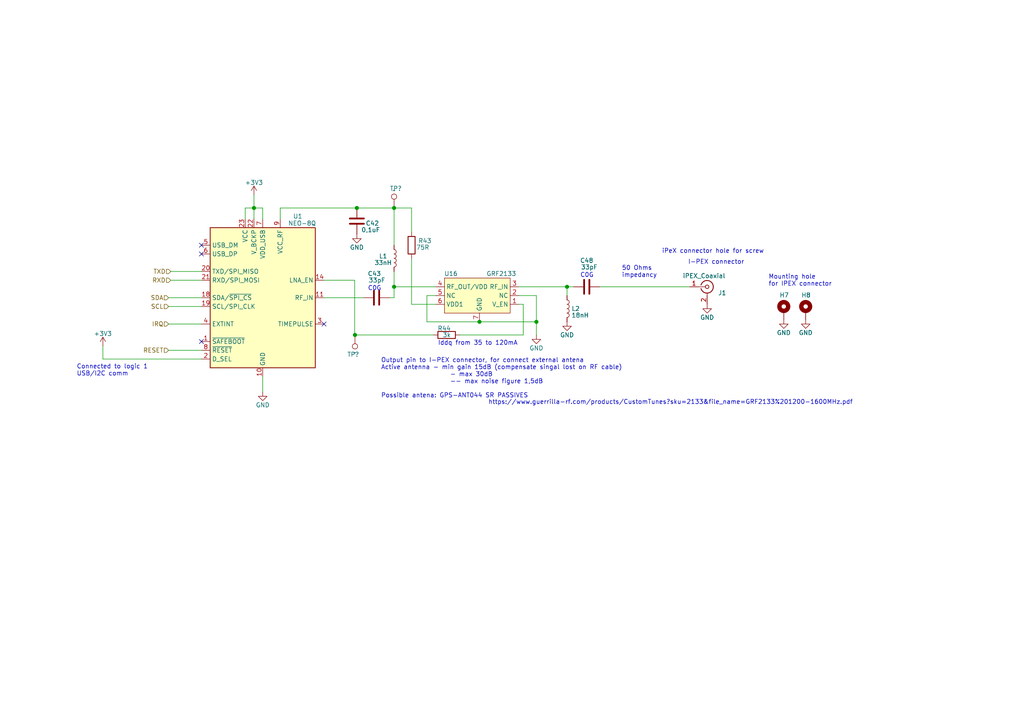
<source format=kicad_sch>
(kicad_sch (version 20211123) (generator eeschema)

  (uuid 8b38e713-2ae3-4571-a0a2-528b1d1f5431)

  (paper "A4")

  (lib_symbols
    (symbol "Connector:Conn_Coaxial" (pin_names (offset 1.016) hide) (in_bom yes) (on_board yes)
      (property "Reference" "J" (id 0) (at 0.254 3.048 0)
        (effects (font (size 1.27 1.27)))
      )
      (property "Value" "Conn_Coaxial" (id 1) (at 2.921 0 90)
        (effects (font (size 1.27 1.27)))
      )
      (property "Footprint" "" (id 2) (at 0 0 0)
        (effects (font (size 1.27 1.27)) hide)
      )
      (property "Datasheet" " ~" (id 3) (at 0 0 0)
        (effects (font (size 1.27 1.27)) hide)
      )
      (property "ki_keywords" "BNC SMA SMB SMC LEMO coaxial connector CINCH RCA" (id 4) (at 0 0 0)
        (effects (font (size 1.27 1.27)) hide)
      )
      (property "ki_description" "coaxial connector (BNC, SMA, SMB, SMC, Cinch/RCA, LEMO, ...)" (id 5) (at 0 0 0)
        (effects (font (size 1.27 1.27)) hide)
      )
      (property "ki_fp_filters" "*BNC* *SMA* *SMB* *SMC* *Cinch* *LEMO*" (id 6) (at 0 0 0)
        (effects (font (size 1.27 1.27)) hide)
      )
      (symbol "Conn_Coaxial_0_1"
        (arc (start -1.778 -0.508) (mid 0.222 -1.808) (end 1.778 0)
          (stroke (width 0.254) (type default) (color 0 0 0 0))
          (fill (type none))
        )
        (polyline
          (pts
            (xy -2.54 0)
            (xy -0.508 0)
          )
          (stroke (width 0) (type default) (color 0 0 0 0))
          (fill (type none))
        )
        (polyline
          (pts
            (xy 0 -2.54)
            (xy 0 -1.778)
          )
          (stroke (width 0) (type default) (color 0 0 0 0))
          (fill (type none))
        )
        (circle (center 0 0) (radius 0.508)
          (stroke (width 0.2032) (type default) (color 0 0 0 0))
          (fill (type none))
        )
        (arc (start 1.778 0) (mid 0.2221 1.8083) (end -1.778 0.508)
          (stroke (width 0.254) (type default) (color 0 0 0 0))
          (fill (type none))
        )
      )
      (symbol "Conn_Coaxial_1_1"
        (pin passive line (at -5.08 0 0) (length 2.54)
          (name "In" (effects (font (size 1.27 1.27))))
          (number "1" (effects (font (size 1.27 1.27))))
        )
        (pin passive line (at 0 -5.08 90) (length 2.54)
          (name "Ext" (effects (font (size 1.27 1.27))))
          (number "2" (effects (font (size 1.27 1.27))))
        )
      )
    )
    (symbol "Connector:TestPoint" (pin_numbers hide) (pin_names (offset 0.762) hide) (in_bom yes) (on_board yes)
      (property "Reference" "TP" (id 0) (at 0 6.858 0)
        (effects (font (size 1.27 1.27)))
      )
      (property "Value" "TestPoint" (id 1) (at 0 5.08 0)
        (effects (font (size 1.27 1.27)))
      )
      (property "Footprint" "" (id 2) (at 5.08 0 0)
        (effects (font (size 1.27 1.27)) hide)
      )
      (property "Datasheet" "~" (id 3) (at 5.08 0 0)
        (effects (font (size 1.27 1.27)) hide)
      )
      (property "ki_keywords" "test point tp" (id 4) (at 0 0 0)
        (effects (font (size 1.27 1.27)) hide)
      )
      (property "ki_description" "test point" (id 5) (at 0 0 0)
        (effects (font (size 1.27 1.27)) hide)
      )
      (property "ki_fp_filters" "Pin* Test*" (id 6) (at 0 0 0)
        (effects (font (size 1.27 1.27)) hide)
      )
      (symbol "TestPoint_0_1"
        (circle (center 0 3.302) (radius 0.762)
          (stroke (width 0) (type default) (color 0 0 0 0))
          (fill (type none))
        )
      )
      (symbol "TestPoint_1_1"
        (pin passive line (at 0 0 90) (length 2.54)
          (name "1" (effects (font (size 1.27 1.27))))
          (number "1" (effects (font (size 1.27 1.27))))
        )
      )
    )
    (symbol "Device:C" (pin_numbers hide) (pin_names (offset 0.254)) (in_bom yes) (on_board yes)
      (property "Reference" "C" (id 0) (at 0.635 2.54 0)
        (effects (font (size 1.27 1.27)) (justify left))
      )
      (property "Value" "C" (id 1) (at 0.635 -2.54 0)
        (effects (font (size 1.27 1.27)) (justify left))
      )
      (property "Footprint" "" (id 2) (at 0.9652 -3.81 0)
        (effects (font (size 1.27 1.27)) hide)
      )
      (property "Datasheet" "~" (id 3) (at 0 0 0)
        (effects (font (size 1.27 1.27)) hide)
      )
      (property "ki_keywords" "cap capacitor" (id 4) (at 0 0 0)
        (effects (font (size 1.27 1.27)) hide)
      )
      (property "ki_description" "Unpolarized capacitor" (id 5) (at 0 0 0)
        (effects (font (size 1.27 1.27)) hide)
      )
      (property "ki_fp_filters" "C_*" (id 6) (at 0 0 0)
        (effects (font (size 1.27 1.27)) hide)
      )
      (symbol "C_0_1"
        (polyline
          (pts
            (xy -2.032 -0.762)
            (xy 2.032 -0.762)
          )
          (stroke (width 0.508) (type default) (color 0 0 0 0))
          (fill (type none))
        )
        (polyline
          (pts
            (xy -2.032 0.762)
            (xy 2.032 0.762)
          )
          (stroke (width 0.508) (type default) (color 0 0 0 0))
          (fill (type none))
        )
      )
      (symbol "C_1_1"
        (pin passive line (at 0 3.81 270) (length 2.794)
          (name "~" (effects (font (size 1.27 1.27))))
          (number "1" (effects (font (size 1.27 1.27))))
        )
        (pin passive line (at 0 -3.81 90) (length 2.794)
          (name "~" (effects (font (size 1.27 1.27))))
          (number "2" (effects (font (size 1.27 1.27))))
        )
      )
    )
    (symbol "Device:L" (pin_numbers hide) (pin_names (offset 1.016) hide) (in_bom yes) (on_board yes)
      (property "Reference" "L" (id 0) (at -1.27 0 90)
        (effects (font (size 1.27 1.27)))
      )
      (property "Value" "L" (id 1) (at 1.905 0 90)
        (effects (font (size 1.27 1.27)))
      )
      (property "Footprint" "" (id 2) (at 0 0 0)
        (effects (font (size 1.27 1.27)) hide)
      )
      (property "Datasheet" "~" (id 3) (at 0 0 0)
        (effects (font (size 1.27 1.27)) hide)
      )
      (property "ki_keywords" "inductor choke coil reactor magnetic" (id 4) (at 0 0 0)
        (effects (font (size 1.27 1.27)) hide)
      )
      (property "ki_description" "Inductor" (id 5) (at 0 0 0)
        (effects (font (size 1.27 1.27)) hide)
      )
      (property "ki_fp_filters" "Choke_* *Coil* Inductor_* L_*" (id 6) (at 0 0 0)
        (effects (font (size 1.27 1.27)) hide)
      )
      (symbol "L_0_1"
        (arc (start 0 -2.54) (mid 0.635 -1.905) (end 0 -1.27)
          (stroke (width 0) (type default) (color 0 0 0 0))
          (fill (type none))
        )
        (arc (start 0 -1.27) (mid 0.635 -0.635) (end 0 0)
          (stroke (width 0) (type default) (color 0 0 0 0))
          (fill (type none))
        )
        (arc (start 0 0) (mid 0.635 0.635) (end 0 1.27)
          (stroke (width 0) (type default) (color 0 0 0 0))
          (fill (type none))
        )
        (arc (start 0 1.27) (mid 0.635 1.905) (end 0 2.54)
          (stroke (width 0) (type default) (color 0 0 0 0))
          (fill (type none))
        )
      )
      (symbol "L_1_1"
        (pin passive line (at 0 3.81 270) (length 1.27)
          (name "1" (effects (font (size 1.27 1.27))))
          (number "1" (effects (font (size 1.27 1.27))))
        )
        (pin passive line (at 0 -3.81 90) (length 1.27)
          (name "2" (effects (font (size 1.27 1.27))))
          (number "2" (effects (font (size 1.27 1.27))))
        )
      )
    )
    (symbol "Device:R" (pin_numbers hide) (pin_names (offset 0)) (in_bom yes) (on_board yes)
      (property "Reference" "R" (id 0) (at 2.032 0 90)
        (effects (font (size 1.27 1.27)))
      )
      (property "Value" "R" (id 1) (at 0 0 90)
        (effects (font (size 1.27 1.27)))
      )
      (property "Footprint" "" (id 2) (at -1.778 0 90)
        (effects (font (size 1.27 1.27)) hide)
      )
      (property "Datasheet" "~" (id 3) (at 0 0 0)
        (effects (font (size 1.27 1.27)) hide)
      )
      (property "ki_keywords" "R res resistor" (id 4) (at 0 0 0)
        (effects (font (size 1.27 1.27)) hide)
      )
      (property "ki_description" "Resistor" (id 5) (at 0 0 0)
        (effects (font (size 1.27 1.27)) hide)
      )
      (property "ki_fp_filters" "R_*" (id 6) (at 0 0 0)
        (effects (font (size 1.27 1.27)) hide)
      )
      (symbol "R_0_1"
        (rectangle (start -1.016 -2.54) (end 1.016 2.54)
          (stroke (width 0.254) (type default) (color 0 0 0 0))
          (fill (type none))
        )
      )
      (symbol "R_1_1"
        (pin passive line (at 0 3.81 270) (length 1.27)
          (name "~" (effects (font (size 1.27 1.27))))
          (number "1" (effects (font (size 1.27 1.27))))
        )
        (pin passive line (at 0 -3.81 90) (length 1.27)
          (name "~" (effects (font (size 1.27 1.27))))
          (number "2" (effects (font (size 1.27 1.27))))
        )
      )
    )
    (symbol "Mechanical:MountingHole_Pad" (pin_numbers hide) (pin_names (offset 1.016) hide) (in_bom yes) (on_board yes)
      (property "Reference" "H" (id 0) (at 0 6.35 0)
        (effects (font (size 1.27 1.27)))
      )
      (property "Value" "MountingHole_Pad" (id 1) (at 0 4.445 0)
        (effects (font (size 1.27 1.27)))
      )
      (property "Footprint" "" (id 2) (at 0 0 0)
        (effects (font (size 1.27 1.27)) hide)
      )
      (property "Datasheet" "~" (id 3) (at 0 0 0)
        (effects (font (size 1.27 1.27)) hide)
      )
      (property "ki_keywords" "mounting hole" (id 4) (at 0 0 0)
        (effects (font (size 1.27 1.27)) hide)
      )
      (property "ki_description" "Mounting Hole with connection" (id 5) (at 0 0 0)
        (effects (font (size 1.27 1.27)) hide)
      )
      (property "ki_fp_filters" "MountingHole*Pad*" (id 6) (at 0 0 0)
        (effects (font (size 1.27 1.27)) hide)
      )
      (symbol "MountingHole_Pad_0_1"
        (circle (center 0 1.27) (radius 1.27)
          (stroke (width 1.27) (type default) (color 0 0 0 0))
          (fill (type none))
        )
      )
      (symbol "MountingHole_Pad_1_1"
        (pin input line (at 0 -2.54 90) (length 2.54)
          (name "1" (effects (font (size 1.27 1.27))))
          (number "1" (effects (font (size 1.27 1.27))))
        )
      )
    )
    (symbol "RF_GPS:NEO-8Q" (in_bom yes) (on_board yes)
      (property "Reference" "U" (id 0) (at -13.97 21.59 0)
        (effects (font (size 1.27 1.27)))
      )
      (property "Value" "NEO-8Q" (id 1) (at 11.43 21.59 0)
        (effects (font (size 1.27 1.27)))
      )
      (property "Footprint" "RF_GPS:ublox_NEO" (id 2) (at 10.16 -21.59 0)
        (effects (font (size 1.27 1.27)) hide)
      )
      (property "Datasheet" "https://www.u-blox.com/sites/default/files/NEO-8Q_DataSheet_%28UBX-15031913%29.pdf" (id 3) (at 0 0 0)
        (effects (font (size 1.27 1.27)) hide)
      )
      (property "ki_keywords" "ublox GPS GNSS module" (id 4) (at 0 0 0)
        (effects (font (size 1.27 1.27)) hide)
      )
      (property "ki_description" "GNSS Module NEO 8, VCC 1.65V to 3.6V" (id 5) (at 0 0 0)
        (effects (font (size 1.27 1.27)) hide)
      )
      (property "ki_fp_filters" "ublox*NEO*" (id 6) (at 0 0 0)
        (effects (font (size 1.27 1.27)) hide)
      )
      (symbol "NEO-8Q_0_1"
        (rectangle (start -15.24 20.32) (end 15.24 -20.32)
          (stroke (width 0.254) (type default) (color 0 0 0 0))
          (fill (type background))
        )
      )
      (symbol "NEO-8Q_1_1"
        (pin input line (at -17.78 -12.7 0) (length 2.54)
          (name "~{SAFEBOOT}" (effects (font (size 1.27 1.27))))
          (number "1" (effects (font (size 1.27 1.27))))
        )
        (pin power_in line (at 0 -22.86 90) (length 2.54)
          (name "GND" (effects (font (size 1.27 1.27))))
          (number "10" (effects (font (size 1.27 1.27))))
        )
        (pin input line (at 17.78 0 180) (length 2.54)
          (name "RF_IN" (effects (font (size 1.27 1.27))))
          (number "11" (effects (font (size 1.27 1.27))))
        )
        (pin passive line (at 0 -22.86 90) (length 2.54) hide
          (name "GND" (effects (font (size 1.27 1.27))))
          (number "12" (effects (font (size 1.27 1.27))))
        )
        (pin passive line (at 0 -22.86 90) (length 2.54) hide
          (name "GND" (effects (font (size 1.27 1.27))))
          (number "13" (effects (font (size 1.27 1.27))))
        )
        (pin output line (at 17.78 5.08 180) (length 2.54)
          (name "LNA_EN" (effects (font (size 1.27 1.27))))
          (number "14" (effects (font (size 1.27 1.27))))
        )
        (pin no_connect line (at 15.24 -10.16 180) (length 2.54) hide
          (name "RESERVED" (effects (font (size 1.27 1.27))))
          (number "15" (effects (font (size 1.27 1.27))))
        )
        (pin no_connect line (at 15.24 -12.7 180) (length 2.54) hide
          (name "RESERVED" (effects (font (size 1.27 1.27))))
          (number "16" (effects (font (size 1.27 1.27))))
        )
        (pin no_connect line (at 15.24 -15.24 180) (length 2.54) hide
          (name "RESERVED" (effects (font (size 1.27 1.27))))
          (number "17" (effects (font (size 1.27 1.27))))
        )
        (pin bidirectional line (at -17.78 0 0) (length 2.54)
          (name "SDA/~{SPI_CS}" (effects (font (size 1.27 1.27))))
          (number "18" (effects (font (size 1.27 1.27))))
        )
        (pin input line (at -17.78 -2.54 0) (length 2.54)
          (name "SCL/SPI_CLK" (effects (font (size 1.27 1.27))))
          (number "19" (effects (font (size 1.27 1.27))))
        )
        (pin input line (at -17.78 -17.78 0) (length 2.54)
          (name "D_SEL" (effects (font (size 1.27 1.27))))
          (number "2" (effects (font (size 1.27 1.27))))
        )
        (pin output line (at -17.78 7.62 0) (length 2.54)
          (name "TXD/SPI_MISO" (effects (font (size 1.27 1.27))))
          (number "20" (effects (font (size 1.27 1.27))))
        )
        (pin input line (at -17.78 5.08 0) (length 2.54)
          (name "RXD/SPI_MOSI" (effects (font (size 1.27 1.27))))
          (number "21" (effects (font (size 1.27 1.27))))
        )
        (pin power_in line (at -2.54 22.86 270) (length 2.54)
          (name "V_BCKP" (effects (font (size 1.27 1.27))))
          (number "22" (effects (font (size 1.27 1.27))))
        )
        (pin power_in line (at -5.08 22.86 270) (length 2.54)
          (name "VCC" (effects (font (size 1.27 1.27))))
          (number "23" (effects (font (size 1.27 1.27))))
        )
        (pin passive line (at 0 -22.86 90) (length 2.54) hide
          (name "GND" (effects (font (size 1.27 1.27))))
          (number "24" (effects (font (size 1.27 1.27))))
        )
        (pin output line (at 17.78 -7.62 180) (length 2.54)
          (name "TIMEPULSE" (effects (font (size 1.27 1.27))))
          (number "3" (effects (font (size 1.27 1.27))))
        )
        (pin input line (at -17.78 -7.62 0) (length 2.54)
          (name "EXTINT" (effects (font (size 1.27 1.27))))
          (number "4" (effects (font (size 1.27 1.27))))
        )
        (pin bidirectional line (at -17.78 15.24 0) (length 2.54)
          (name "USB_DM" (effects (font (size 1.27 1.27))))
          (number "5" (effects (font (size 1.27 1.27))))
        )
        (pin bidirectional line (at -17.78 12.7 0) (length 2.54)
          (name "USB_DP" (effects (font (size 1.27 1.27))))
          (number "6" (effects (font (size 1.27 1.27))))
        )
        (pin power_in line (at 0 22.86 270) (length 2.54)
          (name "VDD_USB" (effects (font (size 1.27 1.27))))
          (number "7" (effects (font (size 1.27 1.27))))
        )
        (pin input line (at -17.78 -15.24 0) (length 2.54)
          (name "~{RESET}" (effects (font (size 1.27 1.27))))
          (number "8" (effects (font (size 1.27 1.27))))
        )
        (pin power_out line (at 5.08 22.86 270) (length 2.54)
          (name "VCC_RF" (effects (font (size 1.27 1.27))))
          (number "9" (effects (font (size 1.27 1.27))))
        )
      )
    )
    (symbol "comm:GRF2133" (in_bom yes) (on_board yes)
      (property "Reference" "U" (id 0) (at 0 2.54 0)
        (effects (font (size 1.27 1.27)))
      )
      (property "Value" "GRF2133" (id 1) (at 0 0 0)
        (effects (font (size 1.27 1.27)))
      )
      (property "Footprint" "" (id 2) (at -5.08 1.27 0)
        (effects (font (size 1.27 1.27)) hide)
      )
      (property "Datasheet" "" (id 3) (at -5.08 1.27 0)
        (effects (font (size 1.27 1.27)) hide)
      )
      (symbol "GRF2133_0_1"
        (rectangle (start -10.16 -1.27) (end 8.89 -11.43)
          (stroke (width 0.1524) (type default) (color 0 0 0 0))
          (fill (type background))
        )
      )
      (symbol "GRF2133_1_1"
        (pin input line (at 11.43 -8.89 180) (length 2.54)
          (name "V_EN" (effects (font (size 1.27 1.27))))
          (number "1" (effects (font (size 1.27 1.27))))
        )
        (pin input line (at 11.43 -6.35 180) (length 2.54)
          (name "NC" (effects (font (size 1.27 1.27))))
          (number "2" (effects (font (size 1.27 1.27))))
        )
        (pin input line (at 11.43 -3.81 180) (length 2.54)
          (name "RF_IN" (effects (font (size 1.27 1.27))))
          (number "3" (effects (font (size 1.27 1.27))))
        )
        (pin input line (at -12.7 -3.81 0) (length 2.54)
          (name "RF_OUT/VDD" (effects (font (size 1.27 1.27))))
          (number "4" (effects (font (size 1.27 1.27))))
        )
        (pin input line (at -12.7 -6.35 0) (length 2.54)
          (name "NC" (effects (font (size 1.27 1.27))))
          (number "5" (effects (font (size 1.27 1.27))))
        )
        (pin input line (at -12.7 -8.89 0) (length 2.54)
          (name "VDD1" (effects (font (size 1.27 1.27))))
          (number "6" (effects (font (size 1.27 1.27))))
        )
        (pin input line (at 0 -13.97 90) (length 2.54)
          (name "GND" (effects (font (size 1.27 1.27))))
          (number "7" (effects (font (size 1.27 1.27))))
        )
      )
    )
    (symbol "power:+3V3" (power) (pin_names (offset 0)) (in_bom yes) (on_board yes)
      (property "Reference" "#PWR" (id 0) (at 0 -3.81 0)
        (effects (font (size 1.27 1.27)) hide)
      )
      (property "Value" "+3V3" (id 1) (at 0 3.556 0)
        (effects (font (size 1.27 1.27)))
      )
      (property "Footprint" "" (id 2) (at 0 0 0)
        (effects (font (size 1.27 1.27)) hide)
      )
      (property "Datasheet" "" (id 3) (at 0 0 0)
        (effects (font (size 1.27 1.27)) hide)
      )
      (property "ki_keywords" "power-flag" (id 4) (at 0 0 0)
        (effects (font (size 1.27 1.27)) hide)
      )
      (property "ki_description" "Power symbol creates a global label with name \"+3V3\"" (id 5) (at 0 0 0)
        (effects (font (size 1.27 1.27)) hide)
      )
      (symbol "+3V3_0_1"
        (polyline
          (pts
            (xy -0.762 1.27)
            (xy 0 2.54)
          )
          (stroke (width 0) (type default) (color 0 0 0 0))
          (fill (type none))
        )
        (polyline
          (pts
            (xy 0 0)
            (xy 0 2.54)
          )
          (stroke (width 0) (type default) (color 0 0 0 0))
          (fill (type none))
        )
        (polyline
          (pts
            (xy 0 2.54)
            (xy 0.762 1.27)
          )
          (stroke (width 0) (type default) (color 0 0 0 0))
          (fill (type none))
        )
      )
      (symbol "+3V3_1_1"
        (pin power_in line (at 0 0 90) (length 0) hide
          (name "+3V3" (effects (font (size 1.27 1.27))))
          (number "1" (effects (font (size 1.27 1.27))))
        )
      )
    )
    (symbol "power:GND" (power) (pin_names (offset 0)) (in_bom yes) (on_board yes)
      (property "Reference" "#PWR" (id 0) (at 0 -6.35 0)
        (effects (font (size 1.27 1.27)) hide)
      )
      (property "Value" "GND" (id 1) (at 0 -3.81 0)
        (effects (font (size 1.27 1.27)))
      )
      (property "Footprint" "" (id 2) (at 0 0 0)
        (effects (font (size 1.27 1.27)) hide)
      )
      (property "Datasheet" "" (id 3) (at 0 0 0)
        (effects (font (size 1.27 1.27)) hide)
      )
      (property "ki_keywords" "power-flag" (id 4) (at 0 0 0)
        (effects (font (size 1.27 1.27)) hide)
      )
      (property "ki_description" "Power symbol creates a global label with name \"GND\" , ground" (id 5) (at 0 0 0)
        (effects (font (size 1.27 1.27)) hide)
      )
      (symbol "GND_0_1"
        (polyline
          (pts
            (xy 0 0)
            (xy 0 -1.27)
            (xy 1.27 -1.27)
            (xy 0 -2.54)
            (xy -1.27 -1.27)
            (xy 0 -1.27)
          )
          (stroke (width 0) (type default) (color 0 0 0 0))
          (fill (type none))
        )
      )
      (symbol "GND_1_1"
        (pin power_in line (at 0 0 270) (length 0) hide
          (name "GND" (effects (font (size 1.27 1.27))))
          (number "1" (effects (font (size 1.27 1.27))))
        )
      )
    )
  )

  (junction (at 155.575 93.345) (diameter 1.016) (color 0 0 0 0)
    (uuid 0520f61d-4522-4301-a3fa-8ed0bf060f69)
  )
  (junction (at 103.505 60.325) (diameter 1.016) (color 0 0 0 0)
    (uuid 143ed874-a01f-4ced-ba4e-bbb66ddd1f70)
  )
  (junction (at 139.065 93.345) (diameter 1.016) (color 0 0 0 0)
    (uuid 411d4270-c66c-4318-b7fb-1470d34862b8)
  )
  (junction (at 102.9601 97.155) (diameter 1.016) (color 0 0 0 0)
    (uuid 71f92193-19b0-44ed-bc7f-77535083d769)
  )
  (junction (at 114.3 60.325) (diameter 1.016) (color 0 0 0 0)
    (uuid 795e68e2-c9ba-45cf-9bff-89b8fae05b5a)
  )
  (junction (at 114.3 83.185) (diameter 1.016) (color 0 0 0 0)
    (uuid 8fcec304-c6b1-4655-8326-beacd0476953)
  )
  (junction (at 164.465 83.185) (diameter 1.016) (color 0 0 0 0)
    (uuid c8b92953-cd23-44e6-85ce-083fb8c3f20f)
  )
  (junction (at 73.66 60.325) (diameter 1.016) (color 0 0 0 0)
    (uuid fd3499d5-6fd2-49a4-bdb0-109cee899fde)
  )

  (no_connect (at 58.42 99.06) (uuid 4009b76d-4e12-41c2-8abc-3c909f129ef1))
  (no_connect (at 93.98 93.98) (uuid 640c81af-5b52-4930-825d-dea52c971932))
  (no_connect (at 58.42 71.12) (uuid 85201180-d2ed-4b0d-81b0-9e79da370ca6))
  (no_connect (at 58.42 73.66) (uuid 85201180-d2ed-4b0d-81b0-9e79da370ca7))

  (wire (pts (xy 150.495 83.185) (xy 164.465 83.185))
    (stroke (width 0) (type solid) (color 0 0 0 0))
    (uuid 01be50a9-1c3a-4f58-b3cc-a877c48e9664)
  )
  (wire (pts (xy 164.465 83.185) (xy 164.465 85.725))
    (stroke (width 0) (type solid) (color 0 0 0 0))
    (uuid 01be50a9-1c3a-4f58-b3cc-a877c48e9665)
  )
  (wire (pts (xy 29.845 100.33) (xy 29.845 104.14))
    (stroke (width 0) (type solid) (color 0 0 0 0))
    (uuid 09e322ad-5f43-4b76-8f66-ce95369f2a6e)
  )
  (wire (pts (xy 48.895 101.6) (xy 58.42 101.6))
    (stroke (width 0) (type solid) (color 0 0 0 0))
    (uuid 0d1c9ec4-0f70-4131-a0ee-a4f1f87d74f6)
  )
  (wire (pts (xy 76.2 109.22) (xy 76.2 113.665))
    (stroke (width 0) (type solid) (color 0 0 0 0))
    (uuid 109800b1-b5e0-4743-8d22-e246de803e33)
  )
  (wire (pts (xy 119.38 74.93) (xy 119.38 88.265))
    (stroke (width 0) (type solid) (color 0 0 0 0))
    (uuid 1767bbb8-fc31-4c9d-9912-9e04fa030345)
  )
  (wire (pts (xy 119.38 67.31) (xy 119.38 60.325))
    (stroke (width 0) (type solid) (color 0 0 0 0))
    (uuid 257e144c-abfa-4265-94a8-588250914cf1)
  )
  (wire (pts (xy 126.365 85.725) (xy 123.825 85.725))
    (stroke (width 0) (type solid) (color 0 0 0 0))
    (uuid 27abbe3a-0c28-45c9-a944-7532695fb377)
  )
  (wire (pts (xy 93.98 86.36) (xy 105.41 86.36))
    (stroke (width 0) (type solid) (color 0 0 0 0))
    (uuid 31c7be3c-5051-449e-ac03-f8e8d9bce0e4)
  )
  (wire (pts (xy 102.87 97.155) (xy 102.9601 97.155))
    (stroke (width 0) (type solid) (color 0 0 0 0))
    (uuid 3784599c-c4b1-4b8d-af53-1e1ff580c87c)
  )
  (wire (pts (xy 102.9601 97.155) (xy 125.73 97.155))
    (stroke (width 0) (type solid) (color 0 0 0 0))
    (uuid 3784599c-c4b1-4b8d-af53-1e1ff580c87d)
  )
  (wire (pts (xy 48.895 88.9) (xy 58.42 88.9))
    (stroke (width 0) (type solid) (color 0 0 0 0))
    (uuid 4084926f-4258-4973-ad0e-0c5c93e18a30)
  )
  (wire (pts (xy 114.3 78.74) (xy 114.3 83.185))
    (stroke (width 0) (type solid) (color 0 0 0 0))
    (uuid 4746896d-066b-40b2-8f53-52e34fb2a171)
  )
  (wire (pts (xy 48.895 86.36) (xy 58.42 86.36))
    (stroke (width 0) (type solid) (color 0 0 0 0))
    (uuid 5251a5b4-b539-4b4e-b018-161b8beafed2)
  )
  (wire (pts (xy 123.825 85.725) (xy 123.825 93.345))
    (stroke (width 0) (type solid) (color 0 0 0 0))
    (uuid 5d983481-0c8c-4bbb-b76b-26a71bf74766)
  )
  (wire (pts (xy 123.825 93.345) (xy 139.065 93.345))
    (stroke (width 0) (type solid) (color 0 0 0 0))
    (uuid 5d983481-0c8c-4bbb-b76b-26a71bf74767)
  )
  (wire (pts (xy 139.065 93.345) (xy 155.575 93.345))
    (stroke (width 0) (type solid) (color 0 0 0 0))
    (uuid 5d983481-0c8c-4bbb-b76b-26a71bf74768)
  )
  (wire (pts (xy 173.99 83.185) (xy 200.025 83.185))
    (stroke (width 0) (type solid) (color 0 0 0 0))
    (uuid 62c67aba-53d3-47a5-9e95-9ec6c9bd78e8)
  )
  (wire (pts (xy 114.3 60.325) (xy 114.3 71.12))
    (stroke (width 0) (type solid) (color 0 0 0 0))
    (uuid 8573afa9-ec3e-44a5-b84b-5883f3cdbf79)
  )
  (wire (pts (xy 48.895 93.98) (xy 58.42 93.98))
    (stroke (width 0) (type solid) (color 0 0 0 0))
    (uuid 8858a9fe-8549-4ef9-88bb-49db4bff91ef)
  )
  (wire (pts (xy 29.845 104.14) (xy 58.42 104.14))
    (stroke (width 0) (type solid) (color 0 0 0 0))
    (uuid 8b91a71a-a3ba-4252-b2f5-9f4031caa8c6)
  )
  (wire (pts (xy 164.465 83.185) (xy 166.37 83.185))
    (stroke (width 0) (type solid) (color 0 0 0 0))
    (uuid 91757bfe-b2bf-4bbd-8dd3-9be1d9fa33f6)
  )
  (wire (pts (xy 133.35 97.155) (xy 151.765 97.155))
    (stroke (width 0) (type solid) (color 0 0 0 0))
    (uuid 9627691b-ef9d-4979-b816-86baf4bc8a68)
  )
  (wire (pts (xy 113.03 86.36) (xy 114.3 86.36))
    (stroke (width 0) (type solid) (color 0 0 0 0))
    (uuid 9e37724f-2172-4f41-9df5-c1cdbf10847a)
  )
  (wire (pts (xy 114.3 83.185) (xy 126.365 83.185))
    (stroke (width 0) (type solid) (color 0 0 0 0))
    (uuid 9e37724f-2172-4f41-9df5-c1cdbf10847b)
  )
  (wire (pts (xy 114.3 86.36) (xy 114.3 83.185))
    (stroke (width 0) (type solid) (color 0 0 0 0))
    (uuid 9e37724f-2172-4f41-9df5-c1cdbf10847c)
  )
  (wire (pts (xy 76.2 60.325) (xy 73.66 60.325))
    (stroke (width 0) (type solid) (color 0 0 0 0))
    (uuid a02bd23e-7b47-4517-b433-4fae3ea5cf01)
  )
  (wire (pts (xy 76.2 63.5) (xy 76.2 60.325))
    (stroke (width 0) (type solid) (color 0 0 0 0))
    (uuid a02bd23e-7b47-4517-b433-4fae3ea5cf02)
  )
  (wire (pts (xy 93.98 81.28) (xy 102.87 81.28))
    (stroke (width 0) (type solid) (color 0 0 0 0))
    (uuid a68ab12f-21ab-4b98-8655-04c3a521afcb)
  )
  (wire (pts (xy 102.87 81.28) (xy 102.87 97.155))
    (stroke (width 0) (type solid) (color 0 0 0 0))
    (uuid a68ab12f-21ab-4b98-8655-04c3a521afcc)
  )
  (wire (pts (xy 73.66 56.515) (xy 73.66 60.325))
    (stroke (width 0) (type solid) (color 0 0 0 0))
    (uuid abc7dc28-f731-46e5-a7aa-6dd6f932bdf5)
  )
  (wire (pts (xy 150.495 85.725) (xy 155.575 85.725))
    (stroke (width 0) (type solid) (color 0 0 0 0))
    (uuid ac64c30b-286e-44ae-9150-827dae77a52f)
  )
  (wire (pts (xy 155.575 85.725) (xy 155.575 93.345))
    (stroke (width 0) (type solid) (color 0 0 0 0))
    (uuid ac64c30b-286e-44ae-9150-827dae77a530)
  )
  (wire (pts (xy 155.575 93.345) (xy 155.575 97.155))
    (stroke (width 0) (type solid) (color 0 0 0 0))
    (uuid ac64c30b-286e-44ae-9150-827dae77a531)
  )
  (wire (pts (xy 49.53 81.28) (xy 58.42 81.28))
    (stroke (width 0) (type solid) (color 0 0 0 0))
    (uuid ba04f105-0e60-4ac9-bff5-6cb4b45bffa4)
  )
  (wire (pts (xy 150.495 88.265) (xy 151.765 88.265))
    (stroke (width 0) (type solid) (color 0 0 0 0))
    (uuid ba4fc2a8-2822-4df7-a7ea-e7ad6dd111f8)
  )
  (wire (pts (xy 151.765 88.265) (xy 151.765 97.155))
    (stroke (width 0) (type solid) (color 0 0 0 0))
    (uuid ba4fc2a8-2822-4df7-a7ea-e7ad6dd111f9)
  )
  (wire (pts (xy 73.66 60.325) (xy 73.66 63.5))
    (stroke (width 0) (type solid) (color 0 0 0 0))
    (uuid bbf7da76-e33f-43b1-9a67-7043aa182473)
  )
  (wire (pts (xy 49.53 78.74) (xy 58.42 78.74))
    (stroke (width 0) (type solid) (color 0 0 0 0))
    (uuid c9b79fc2-7829-436d-bcdd-8c484f9f29bb)
  )
  (wire (pts (xy 119.38 88.265) (xy 126.365 88.265))
    (stroke (width 0) (type solid) (color 0 0 0 0))
    (uuid cf8f39ac-6300-4a6f-9d7a-9535d28f4f59)
  )
  (wire (pts (xy 81.28 60.325) (xy 103.505 60.325))
    (stroke (width 0) (type solid) (color 0 0 0 0))
    (uuid f20eeacf-abb7-434a-a24f-b7aac6ea2903)
  )
  (wire (pts (xy 81.28 63.5) (xy 81.28 60.325))
    (stroke (width 0) (type solid) (color 0 0 0 0))
    (uuid f20eeacf-abb7-434a-a24f-b7aac6ea2904)
  )
  (wire (pts (xy 103.505 60.325) (xy 114.3 60.325))
    (stroke (width 0) (type solid) (color 0 0 0 0))
    (uuid f20eeacf-abb7-434a-a24f-b7aac6ea2905)
  )
  (wire (pts (xy 114.3 60.325) (xy 119.38 60.325))
    (stroke (width 0) (type solid) (color 0 0 0 0))
    (uuid f20eeacf-abb7-434a-a24f-b7aac6ea2906)
  )
  (wire (pts (xy 71.12 60.325) (xy 73.66 60.325))
    (stroke (width 0) (type solid) (color 0 0 0 0))
    (uuid fccd4a8f-3137-4bb9-8889-b2aa4118e340)
  )
  (wire (pts (xy 71.12 63.5) (xy 71.12 60.325))
    (stroke (width 0) (type solid) (color 0 0 0 0))
    (uuid fccd4a8f-3137-4bb9-8889-b2aa4118e341)
  )

  (text "C0G" (at 168.275 80.645 0)
    (effects (font (size 1.27 1.27)) (justify left bottom))
    (uuid 1c9d9621-d4fa-4f02-9cc1-7cdc463d54a9)
  )
  (text "C0G" (at 106.68 84.455 0)
    (effects (font (size 1.27 1.27)) (justify left bottom))
    (uuid 67889be4-7baf-49df-bff8-2abd4cf5c75e)
  )
  (text "50 Ohms\nimpedancy\n" (at 180.34 80.645 0)
    (effects (font (size 1.27 1.27)) (justify left bottom))
    (uuid 861e6205-addf-4fa2-831f-5de3069d0f43)
  )
  (text "Mounting hole\nfor IPEX connector\n" (at 222.885 83.185 0)
    (effects (font (size 1.27 1.27)) (justify left bottom))
    (uuid 94399230-ca90-4edf-a489-dc91f0601eb1)
  )
  (text "Iddq from 35 to 120mA" (at 127 100.33 0)
    (effects (font (size 1.27 1.27)) (justify left bottom))
    (uuid a085bfcb-e4e0-4cb6-9424-1b40a095a96a)
  )
  (text "I-PEX connector\n" (at 215.9 76.835 180)
    (effects (font (size 1.27 1.27)) (justify right bottom))
    (uuid a5e6a0c1-6542-486e-95ed-3b8d5ede2b07)
  )
  (text "Output pin to I-PEX connector, for connect external antena\nActive antenna - min gain 15dB (compensate singal lost on RF cable)\n				- max 30dB\n				-- max noise figure 1,5dB\n\nPossible antena: GPS-ANT044 SR PASSIVES\n"
    (at 110.49 115.57 0)
    (effects (font (size 1.27 1.27)) (justify left bottom))
    (uuid b3c80aaa-750a-42e8-8e77-42bbb6cef22c)
  )
  (text "https://www.guerrilla-rf.com/products/CustomTunes?sku=2133&file_name=GRF2133%201200-1600MHz.pdf"
    (at 141.605 117.475 0)
    (effects (font (size 1.27 1.27)) (justify left bottom))
    (uuid c1db7845-d2a2-4cae-8064-07df05a18d2b)
  )
  (text "iPeX connector hole for screw\n" (at 221.615 73.66 180)
    (effects (font (size 1.27 1.27)) (justify right bottom))
    (uuid c3180c14-d933-43a4-a189-4f33bcc287c2)
  )
  (text "Connected to logic 1 \nUSB/I2C comm\n" (at 22.225 109.22 0)
    (effects (font (size 1.27 1.27)) (justify left bottom))
    (uuid cdf36631-0b51-4d27-94ca-d6a112c60208)
  )

  (hierarchical_label "SCL" (shape input) (at 48.895 88.9 180)
    (effects (font (size 1.27 1.27)) (justify right))
    (uuid 0038fc9c-adb7-480f-a3b0-d335966c7de8)
  )
  (hierarchical_label "SDA" (shape input) (at 48.895 86.36 180)
    (effects (font (size 1.27 1.27)) (justify right))
    (uuid 28288a5a-c749-4593-bff9-9b21e95e73dd)
  )
  (hierarchical_label "TXD" (shape input) (at 49.53 78.74 180)
    (effects (font (size 1.27 1.27)) (justify right))
    (uuid 77325409-927e-4816-8b14-d0d27926febb)
  )
  (hierarchical_label "IRQ" (shape input) (at 48.895 93.98 180)
    (effects (font (size 1.27 1.27)) (justify right))
    (uuid 9e5a965b-eb8a-46fb-8cc3-3c71df006882)
  )
  (hierarchical_label "RESET" (shape input) (at 48.895 101.6 180)
    (effects (font (size 1.27 1.27)) (justify right))
    (uuid c6baae81-9c26-4ac1-9a81-4d33222cc3bf)
  )
  (hierarchical_label "RXD" (shape input) (at 49.53 81.28 180)
    (effects (font (size 1.27 1.27)) (justify right))
    (uuid f59b0ec7-475f-495d-84b5-c74c61d7d053)
  )

  (symbol (lib_id "power:+3V3") (at 29.845 100.33 0) (unit 1)
    (in_bom yes) (on_board yes)
    (uuid 05ae919a-077d-4ffb-832c-e1f8a90810f5)
    (property "Reference" "#PWR0136" (id 0) (at 29.845 104.14 0)
      (effects (font (size 1.27 1.27)) hide)
    )
    (property "Value" "+3V3" (id 1) (at 29.845 96.774 0))
    (property "Footprint" "" (id 2) (at 29.845 100.33 0)
      (effects (font (size 1.27 1.27)) hide)
    )
    (property "Datasheet" "" (id 3) (at 29.845 100.33 0)
      (effects (font (size 1.27 1.27)) hide)
    )
    (pin "1" (uuid 83b76a64-d33f-4b92-8ebe-94085b063eff))
  )

  (symbol (lib_id "power:GND") (at 103.505 67.945 0) (unit 1)
    (in_bom yes) (on_board yes) (fields_autoplaced)
    (uuid 093298b7-f365-4672-b9bd-53db1775a9c1)
    (property "Reference" "#PWR0151" (id 0) (at 103.505 74.295 0)
      (effects (font (size 1.27 1.27)) hide)
    )
    (property "Value" "GND" (id 1) (at 103.505 71.755 0))
    (property "Footprint" "" (id 2) (at 103.505 67.945 0)
      (effects (font (size 1.27 1.27)) hide)
    )
    (property "Datasheet" "" (id 3) (at 103.505 67.945 0)
      (effects (font (size 1.27 1.27)) hide)
    )
    (pin "1" (uuid 76a8ae94-f9e1-4388-bb2c-d910eb5e0528))
  )

  (symbol (lib_id "power:GND") (at 205.105 88.265 0) (unit 1)
    (in_bom yes) (on_board yes) (fields_autoplaced)
    (uuid 0df7011d-9ffd-442d-96bf-e933d0cb9865)
    (property "Reference" "#PWR0105" (id 0) (at 205.105 94.615 0)
      (effects (font (size 1.27 1.27)) hide)
    )
    (property "Value" "GND" (id 1) (at 205.105 92.075 0))
    (property "Footprint" "" (id 2) (at 205.105 88.265 0)
      (effects (font (size 1.27 1.27)) hide)
    )
    (property "Datasheet" "" (id 3) (at 205.105 88.265 0)
      (effects (font (size 1.27 1.27)) hide)
    )
    (pin "1" (uuid a87c63dd-3d65-4051-a4cc-06e4ccf0a63a))
  )

  (symbol (lib_id "Connector:Conn_Coaxial") (at 205.105 83.185 0) (unit 1)
    (in_bom yes) (on_board yes)
    (uuid 439f32fb-fdd3-42c4-9953-113a7abc87da)
    (property "Reference" "J1" (id 0) (at 208.28 84.9504 0)
      (effects (font (size 1.27 1.27)) (justify left))
    )
    (property "Value" "iPEX_Coaxial" (id 1) (at 204.216 80.01 0))
    (property "Footprint" "" (id 2) (at 205.105 83.185 0)
      (effects (font (size 1.27 1.27)) hide)
    )
    (property "Datasheet" " ~" (id 3) (at 205.105 83.185 0)
      (effects (font (size 1.27 1.27)) hide)
    )
    (pin "1" (uuid 71f1c8b8-c62b-4bd8-9c36-9cf5a576f6f1))
    (pin "2" (uuid 26e9a7fb-dd70-48cd-90ed-d709c8f7e1e3))
  )

  (symbol (lib_id "Device:C") (at 109.22 86.36 90) (unit 1)
    (in_bom yes) (on_board yes)
    (uuid 43cf697c-d158-4d4f-bde0-259d5adf1417)
    (property "Reference" "C43" (id 0) (at 108.585 79.375 90))
    (property "Value" "33pF" (id 1) (at 111.76 81.28 90)
      (effects (font (size 1.27 1.27)) (justify left))
    )
    (property "Footprint" "Capacitor_SMD:C_0603_1608Metric" (id 2) (at 113.03 85.3948 0)
      (effects (font (size 1.27 1.27)) hide)
    )
    (property "Datasheet" "~" (id 3) (at 109.22 86.36 0)
      (effects (font (size 1.27 1.27)) hide)
    )
    (pin "1" (uuid de099d95-b0b7-4856-8c74-9a03c9ab3970))
    (pin "2" (uuid 640027e2-9ef0-4e9c-a891-a2916161d56f))
  )

  (symbol (lib_id "power:GND") (at 164.465 93.345 0) (unit 1)
    (in_bom yes) (on_board yes) (fields_autoplaced)
    (uuid 47fbaae5-a34c-4d0c-961b-7fcc519525cd)
    (property "Reference" "#PWR0150" (id 0) (at 164.465 99.695 0)
      (effects (font (size 1.27 1.27)) hide)
    )
    (property "Value" "GND" (id 1) (at 164.465 97.155 0))
    (property "Footprint" "" (id 2) (at 164.465 93.345 0)
      (effects (font (size 1.27 1.27)) hide)
    )
    (property "Datasheet" "" (id 3) (at 164.465 93.345 0)
      (effects (font (size 1.27 1.27)) hide)
    )
    (pin "1" (uuid 025c3f82-2259-40e1-be78-464134ac03d7))
  )

  (symbol (lib_id "Device:R") (at 129.54 97.155 90) (unit 1)
    (in_bom yes) (on_board yes)
    (uuid 4a050d6d-1e0b-44c6-8860-1eb70aacc9ff)
    (property "Reference" "R44" (id 0) (at 130.8099 95.25 90)
      (effects (font (size 1.27 1.27)) (justify left))
    )
    (property "Value" "3k" (id 1) (at 130.8099 97.155 90)
      (effects (font (size 1.27 1.27)) (justify left))
    )
    (property "Footprint" "Resistor_SMD:R_0603_1608Metric" (id 2) (at 129.54 98.933 90)
      (effects (font (size 1.27 1.27)) hide)
    )
    (property "Datasheet" "~" (id 3) (at 129.54 97.155 0)
      (effects (font (size 1.27 1.27)) hide)
    )
    (pin "1" (uuid 9faee9c1-598e-46de-b7ff-5eeed083b7b1))
    (pin "2" (uuid ded9580e-f0af-400b-829c-c2ebfc0aa8b6))
  )

  (symbol (lib_id "Device:R") (at 119.38 71.12 0) (unit 1)
    (in_bom yes) (on_board yes)
    (uuid 5f3572f7-fb48-454e-9db0-c275af260895)
    (property "Reference" "R43" (id 0) (at 121.285 69.8499 0)
      (effects (font (size 1.27 1.27)) (justify left))
    )
    (property "Value" "75R" (id 1) (at 120.65 71.7549 0)
      (effects (font (size 1.27 1.27)) (justify left))
    )
    (property "Footprint" "Resistor_SMD:R_0603_1608Metric" (id 2) (at 117.602 71.12 90)
      (effects (font (size 1.27 1.27)) hide)
    )
    (property "Datasheet" "~" (id 3) (at 119.38 71.12 0)
      (effects (font (size 1.27 1.27)) hide)
    )
    (pin "1" (uuid 8044d228-5fcb-497b-89fa-a19d6079c05c))
    (pin "2" (uuid 6772dff6-484c-4674-85af-5303a5b501cf))
  )

  (symbol (lib_id "Device:C") (at 103.505 64.135 0) (unit 1)
    (in_bom yes) (on_board yes)
    (uuid 655466dc-74d7-441f-9065-6d91cf0cdfd5)
    (property "Reference" "C42" (id 0) (at 106.045 64.7699 0)
      (effects (font (size 1.27 1.27)) (justify left))
    )
    (property "Value" "0,1uF" (id 1) (at 104.775 66.675 0)
      (effects (font (size 1.27 1.27)) (justify left))
    )
    (property "Footprint" "Capacitor_SMD:C_0603_1608Metric" (id 2) (at 104.4702 67.945 0)
      (effects (font (size 1.27 1.27)) hide)
    )
    (property "Datasheet" "~" (id 3) (at 103.505 64.135 0)
      (effects (font (size 1.27 1.27)) hide)
    )
    (pin "1" (uuid 765510f5-985d-428d-b4ea-0582417261b0))
    (pin "2" (uuid 3779e6d7-a712-404d-a15f-ac2c9679b705))
  )

  (symbol (lib_id "Device:C") (at 170.18 83.185 90) (unit 1)
    (in_bom yes) (on_board yes)
    (uuid 8a28a6ce-bb4d-413a-85cb-87c474e0efa6)
    (property "Reference" "C48" (id 0) (at 170.18 75.565 90))
    (property "Value" "33pF" (id 1) (at 173.355 77.47 90)
      (effects (font (size 1.27 1.27)) (justify left))
    )
    (property "Footprint" "Capacitor_SMD:C_0603_1608Metric" (id 2) (at 173.99 82.2198 0)
      (effects (font (size 1.27 1.27)) hide)
    )
    (property "Datasheet" "~" (id 3) (at 170.18 83.185 0)
      (effects (font (size 1.27 1.27)) hide)
    )
    (pin "1" (uuid 6f132baa-5054-4b62-8165-e94f64728939))
    (pin "2" (uuid ee4f743a-20b3-4210-948e-cfc19ff96e5f))
  )

  (symbol (lib_id "Mechanical:MountingHole_Pad") (at 227.33 90.17 0) (unit 1)
    (in_bom yes) (on_board yes)
    (uuid 9917e3d6-eb51-47be-8d4b-3672fec6f76a)
    (property "Reference" "H7" (id 0) (at 226.06 85.5979 0)
      (effects (font (size 1.27 1.27)) (justify left))
    )
    (property "Value" "MountingHole_Pad" (id 1) (at 227.33 85.725 0)
      (effects (font (size 1.27 1.27)) hide)
    )
    (property "Footprint" "" (id 2) (at 227.33 90.17 0)
      (effects (font (size 1.27 1.27)) hide)
    )
    (property "Datasheet" "~" (id 3) (at 227.33 90.17 0)
      (effects (font (size 1.27 1.27)) hide)
    )
    (pin "1" (uuid 69c30872-c67f-4a1a-8308-102640a3b64e))
  )

  (symbol (lib_id "power:+3V3") (at 73.66 56.515 0) (unit 1)
    (in_bom yes) (on_board yes)
    (uuid a24613b9-960d-44de-a20f-cb6336f3df7f)
    (property "Reference" "#PWR0152" (id 0) (at 73.66 60.325 0)
      (effects (font (size 1.27 1.27)) hide)
    )
    (property "Value" "+3V3" (id 1) (at 73.66 52.959 0))
    (property "Footprint" "" (id 2) (at 73.66 56.515 0)
      (effects (font (size 1.27 1.27)) hide)
    )
    (property "Datasheet" "" (id 3) (at 73.66 56.515 0)
      (effects (font (size 1.27 1.27)) hide)
    )
    (pin "1" (uuid 0d7ebf62-86ea-48a5-b9e2-01c322c15835))
  )

  (symbol (lib_id "Device:L") (at 114.3 74.93 0) (unit 1)
    (in_bom yes) (on_board yes)
    (uuid a2918e19-165a-4355-a07f-4e592565c356)
    (property "Reference" "L1" (id 0) (at 111.125 74.295 0))
    (property "Value" "33nH" (id 1) (at 111.125 76.2 0))
    (property "Footprint" "Inductor_SMD:L_0603_1608Metric" (id 2) (at 114.3 74.93 0)
      (effects (font (size 1.27 1.27)) hide)
    )
    (property "Datasheet" "~" (id 3) (at 114.3 74.93 0)
      (effects (font (size 1.27 1.27)) hide)
    )
    (pin "1" (uuid 4f59428a-f3ee-40b1-8c07-2f19f10a7dac))
    (pin "2" (uuid 1e0386b3-9255-41ea-b057-5f6a3d9e6ad6))
  )

  (symbol (lib_id "comm:GRF2133") (at 139.065 79.375 0) (unit 1)
    (in_bom yes) (on_board yes)
    (uuid a84a27ac-86a4-4976-965b-f9b0402fe7a8)
    (property "Reference" "U16" (id 0) (at 130.81 79.375 0))
    (property "Value" "GRF2133" (id 1) (at 145.415 79.375 0))
    (property "Footprint" "Package_DFN_QFN:DFN-6-1EP_2x2mm_P0.5mm_EP0.6x1.37mm" (id 2) (at 133.985 69.215 0)
      (effects (font (size 1.27 1.27)) hide)
    )
    (property "Datasheet" "" (id 3) (at 133.985 78.105 0)
      (effects (font (size 1.27 1.27)) hide)
    )
    (pin "1" (uuid b086fed5-ec4f-40e1-90f3-815d45715526))
    (pin "2" (uuid 05824763-03a7-4fa1-a30c-cd0c866bca5f))
    (pin "3" (uuid 54f2cd86-e466-4be1-80c7-6afd7c3f70dd))
    (pin "4" (uuid e9e3b7c9-3e56-4ee5-a058-787aab69511a))
    (pin "5" (uuid d02568bd-292b-457d-9820-9b2b4afa14c9))
    (pin "6" (uuid 739968b2-586b-4f05-97de-ab088a5d19b9))
    (pin "7" (uuid 4d73aed7-e82c-4c3b-a607-2ec71af28bd3))
  )

  (symbol (lib_id "RF_GPS:NEO-8Q") (at 76.2 86.36 0) (unit 1)
    (in_bom yes) (on_board yes)
    (uuid a9077745-053e-4b42-8a30-760f9487663f)
    (property "Reference" "U1" (id 0) (at 86.36 62.7286 0))
    (property "Value" "NEO-8Q" (id 1) (at 87.63 64.77 0))
    (property "Footprint" "RF_GPS:ublox_NEO" (id 2) (at 86.36 107.95 0)
      (effects (font (size 1.27 1.27)) hide)
    )
    (property "Datasheet" "https://www.u-blox.com/sites/default/files/NEO-8Q_DataSheet_%28UBX-15031913%29.pdf" (id 3) (at 76.2 86.36 0)
      (effects (font (size 1.27 1.27)) hide)
    )
    (pin "1" (uuid d1d693bd-584e-4547-979f-6de7cb628471))
    (pin "10" (uuid d0cfed2d-e85e-4479-a085-c4b2450e5c68))
    (pin "11" (uuid 540d3971-9fb4-432b-95c0-cf4761488158))
    (pin "12" (uuid 4f3db53d-ef33-460e-a779-b81706a4a921))
    (pin "13" (uuid 8502183d-f4dc-4544-bb80-3e3aa279a2fe))
    (pin "14" (uuid 4f512183-5d30-4acf-9345-cd67dbefd868))
    (pin "15" (uuid 238d7fe2-6548-4dda-bf5a-74dcc7a70573))
    (pin "16" (uuid 8d46c2c7-433a-4cde-96de-c7fd5d2a05c2))
    (pin "17" (uuid dea9f0b7-b984-4886-8db3-062d2a14a81d))
    (pin "18" (uuid 01973dd4-b3eb-4276-a005-560f229bfbbd))
    (pin "19" (uuid a7c91dc1-ea7a-46ea-a4b8-549c8350bb17))
    (pin "2" (uuid 25ad4dc1-ea94-4377-9d18-4868ba51b633))
    (pin "20" (uuid 245c0693-aed6-4a8d-9cd6-b03490ec17ef))
    (pin "21" (uuid 06489c1e-09fe-4d09-9deb-3dceac73dd63))
    (pin "22" (uuid 27a6f0b3-7033-496d-a8f1-4f3762addea8))
    (pin "23" (uuid 2c3ebd6e-6ee6-40b9-ae6a-46e0809c1fd1))
    (pin "24" (uuid 6b3ba189-4e50-44ce-8add-14b5de8e9849))
    (pin "3" (uuid e6560693-1652-41dd-b9e4-423557b86dc0))
    (pin "4" (uuid 22f7afd9-dc52-4911-8b12-985ac51a06fe))
    (pin "5" (uuid 31b5520b-877b-49f8-ae05-b792064b443c))
    (pin "6" (uuid fe7486b0-4936-44fb-ac02-8f8516ea045c))
    (pin "7" (uuid a7a15876-afbb-4db8-b5fb-0b651ca9fbfa))
    (pin "8" (uuid 7d3316ae-5a12-4e8f-8c99-a5712fe0c63f))
    (pin "9" (uuid 4290b65b-0fe2-4fc1-b245-7f3cdf42e6b5))
  )

  (symbol (lib_id "power:GND") (at 227.33 92.71 0) (unit 1)
    (in_bom yes) (on_board yes) (fields_autoplaced)
    (uuid aed8a126-53ea-45f7-9eb1-1ed2ff8501ae)
    (property "Reference" "#PWR08" (id 0) (at 227.33 99.06 0)
      (effects (font (size 1.27 1.27)) hide)
    )
    (property "Value" "GND" (id 1) (at 227.33 96.52 0))
    (property "Footprint" "" (id 2) (at 227.33 92.71 0)
      (effects (font (size 1.27 1.27)) hide)
    )
    (property "Datasheet" "" (id 3) (at 227.33 92.71 0)
      (effects (font (size 1.27 1.27)) hide)
    )
    (pin "1" (uuid c6df6da0-8d15-4a16-95e9-16923d8c1d3b))
  )

  (symbol (lib_id "power:GND") (at 76.2 113.665 0) (unit 1)
    (in_bom yes) (on_board yes) (fields_autoplaced)
    (uuid b42e3e51-4895-4f50-b2c8-586f6f566925)
    (property "Reference" "#PWR0108" (id 0) (at 76.2 120.015 0)
      (effects (font (size 1.27 1.27)) hide)
    )
    (property "Value" "GND" (id 1) (at 76.2 117.475 0))
    (property "Footprint" "" (id 2) (at 76.2 113.665 0)
      (effects (font (size 1.27 1.27)) hide)
    )
    (property "Datasheet" "" (id 3) (at 76.2 113.665 0)
      (effects (font (size 1.27 1.27)) hide)
    )
    (pin "1" (uuid c39d28e4-aa9d-4523-9e2e-c0bedf3a7ae4))
  )

  (symbol (lib_id "power:GND") (at 233.68 92.71 0) (unit 1)
    (in_bom yes) (on_board yes) (fields_autoplaced)
    (uuid c8ef9fc2-2f68-4af4-8627-5df899065dad)
    (property "Reference" "#PWR09" (id 0) (at 233.68 99.06 0)
      (effects (font (size 1.27 1.27)) hide)
    )
    (property "Value" "GND" (id 1) (at 233.68 96.52 0))
    (property "Footprint" "" (id 2) (at 233.68 92.71 0)
      (effects (font (size 1.27 1.27)) hide)
    )
    (property "Datasheet" "" (id 3) (at 233.68 92.71 0)
      (effects (font (size 1.27 1.27)) hide)
    )
    (pin "1" (uuid fc157961-6802-4dfa-ad8f-7610acbb62e3))
  )

  (symbol (lib_id "power:GND") (at 155.575 97.155 0) (unit 1)
    (in_bom yes) (on_board yes) (fields_autoplaced)
    (uuid d2ea0b16-bb18-468d-b2b3-f305bf0b82ca)
    (property "Reference" "#PWR0149" (id 0) (at 155.575 103.505 0)
      (effects (font (size 1.27 1.27)) hide)
    )
    (property "Value" "GND" (id 1) (at 155.575 100.965 0))
    (property "Footprint" "" (id 2) (at 155.575 97.155 0)
      (effects (font (size 1.27 1.27)) hide)
    )
    (property "Datasheet" "" (id 3) (at 155.575 97.155 0)
      (effects (font (size 1.27 1.27)) hide)
    )
    (pin "1" (uuid 71237012-1cf4-4918-ac99-1cbacd7bedfc))
  )

  (symbol (lib_id "Mechanical:MountingHole_Pad") (at 233.68 90.17 0) (unit 1)
    (in_bom yes) (on_board yes)
    (uuid e14fe516-6422-4370-982f-b6be4e479b7f)
    (property "Reference" "H8" (id 0) (at 232.41 85.5979 0)
      (effects (font (size 1.27 1.27)) (justify left))
    )
    (property "Value" "MountingHole_Pad" (id 1) (at 233.68 85.725 0)
      (effects (font (size 1.27 1.27)) hide)
    )
    (property "Footprint" "" (id 2) (at 233.68 90.17 0)
      (effects (font (size 1.27 1.27)) hide)
    )
    (property "Datasheet" "~" (id 3) (at 233.68 90.17 0)
      (effects (font (size 1.27 1.27)) hide)
    )
    (pin "1" (uuid a2fd02a6-cf68-4f59-ae03-cd9e06ef9f7f))
  )

  (symbol (lib_id "Device:L") (at 164.465 89.535 0) (unit 1)
    (in_bom yes) (on_board yes)
    (uuid e6bfe790-e3b4-401f-a458-297cde72bf39)
    (property "Reference" "L2" (id 0) (at 165.735 89.5349 0)
      (effects (font (size 1.27 1.27)) (justify left))
    )
    (property "Value" "18nH" (id 1) (at 168.275 91.44 0))
    (property "Footprint" "Inductor_SMD:L_0603_1608Metric" (id 2) (at 164.465 89.535 0)
      (effects (font (size 1.27 1.27)) hide)
    )
    (property "Datasheet" "~" (id 3) (at 164.465 89.535 0)
      (effects (font (size 1.27 1.27)) hide)
    )
    (pin "1" (uuid 0301a8b8-9238-4332-a1bb-5566af4378b6))
    (pin "2" (uuid ca29f79e-6e70-4fec-ad29-221d131a383c))
  )

  (symbol (lib_id "Connector:TestPoint") (at 102.9601 97.155 180) (unit 1)
    (in_bom yes) (on_board yes)
    (uuid e930b68a-88ca-4dce-9274-e3945c507eee)
    (property "Reference" "TP?" (id 0) (at 104.2301 102.8066 0)
      (effects (font (size 1.27 1.27)) (justify left))
    )
    (property "Value" "~" (id 1) (at 102.9601 102.235 0))
    (property "Footprint" "" (id 2) (at 97.8801 97.155 0)
      (effects (font (size 1.27 1.27)) hide)
    )
    (property "Datasheet" "~" (id 3) (at 97.8801 97.155 0)
      (effects (font (size 1.27 1.27)) hide)
    )
    (pin "1" (uuid 7de6bc0d-11a6-4dba-a0bc-e5bd1bcc737d))
  )

  (symbol (lib_id "Connector:TestPoint") (at 114.3 60.325 0) (unit 1)
    (in_bom yes) (on_board yes)
    (uuid f9595d9a-aabb-4056-938d-eb6481cde334)
    (property "Reference" "TP?" (id 0) (at 113.03 54.6734 0)
      (effects (font (size 1.27 1.27)) (justify left))
    )
    (property "Value" "~" (id 1) (at 114.3 55.245 0))
    (property "Footprint" "" (id 2) (at 119.38 60.325 0)
      (effects (font (size 1.27 1.27)) hide)
    )
    (property "Datasheet" "~" (id 3) (at 119.38 60.325 0)
      (effects (font (size 1.27 1.27)) hide)
    )
    (pin "1" (uuid 7ebfd7cd-743e-4f4f-9a12-c4292b97c424))
  )
)

</source>
